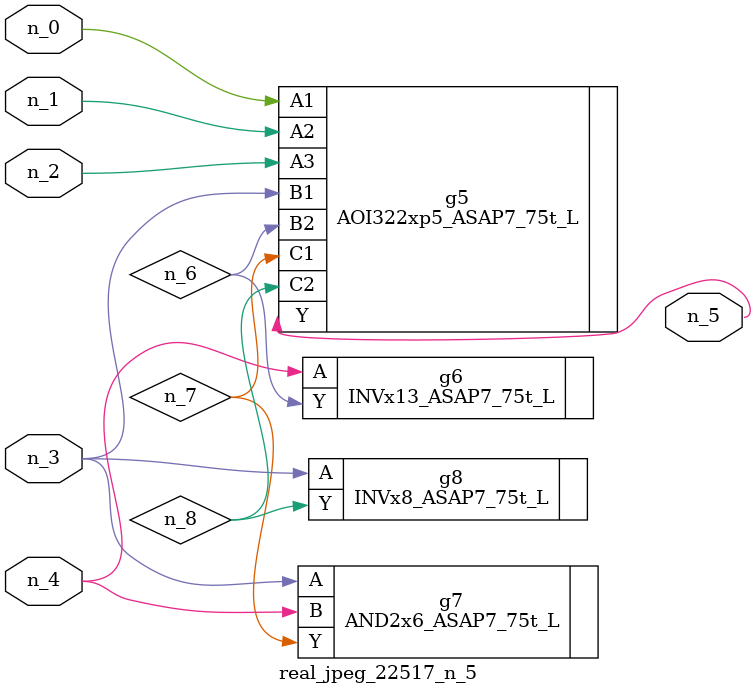
<source format=v>
module real_jpeg_22517_n_5 (n_4, n_0, n_1, n_2, n_3, n_5);

input n_4;
input n_0;
input n_1;
input n_2;
input n_3;

output n_5;

wire n_8;
wire n_6;
wire n_7;

AOI322xp5_ASAP7_75t_L g5 ( 
.A1(n_0),
.A2(n_1),
.A3(n_2),
.B1(n_3),
.B2(n_6),
.C1(n_7),
.C2(n_8),
.Y(n_5)
);

AND2x6_ASAP7_75t_L g7 ( 
.A(n_3),
.B(n_4),
.Y(n_7)
);

INVx8_ASAP7_75t_L g8 ( 
.A(n_3),
.Y(n_8)
);

INVx13_ASAP7_75t_L g6 ( 
.A(n_4),
.Y(n_6)
);


endmodule
</source>
